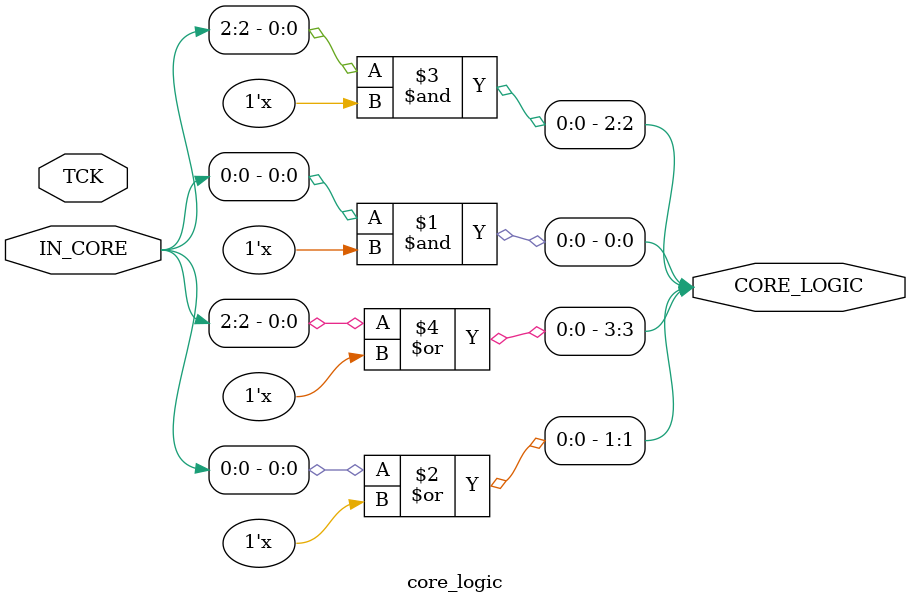
<source format=v>
module core_logic
(
    input           TCK
,   input  [3:0]    IN_CORE
,   output [3:0]    CORE_LOGIC
);

assign CORE_LOGIC[0] = IN_CORE[0] & IO_CORE[1];
assign CORE_LOGIC[1] = IN_CORE[0] | IO_CORE[1];         
assign CORE_LOGIC[2] = IN_CORE[2] & IO_CORE[3];         
assign CORE_LOGIC[3] = IN_CORE[2] | IO_CORE[3];         

endmodule
</source>
